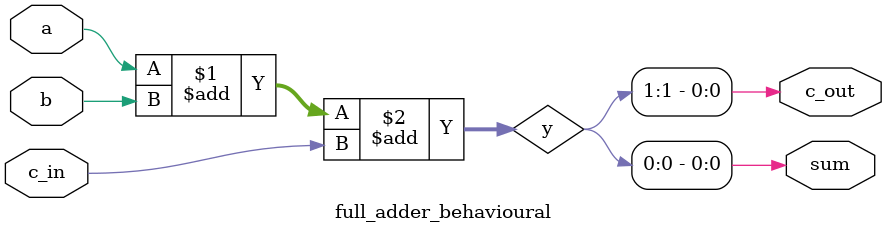
<source format=v>
module full_adder_behavioural(output sum, 
                              output c_out, 
                              input a, 
                              input b,
                              input c_in);
   
 wire [1:0] y;
 assign y = a + b + c_in;
 assign sum = y[0];
 assign c_out = y[1];
endmodule

</source>
